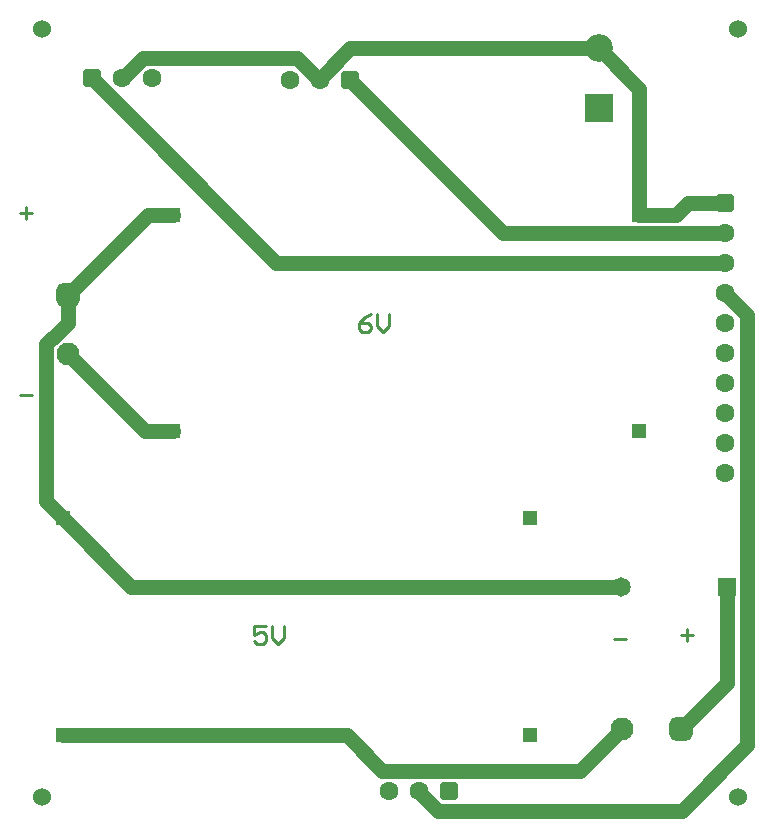
<source format=gbr>
%TF.GenerationSoftware,Altium Limited,Altium Designer,24.10.1 (45)*%
G04 Layer_Physical_Order=1*
G04 Layer_Color=255*
%FSLAX45Y45*%
%MOMM*%
%TF.SameCoordinates,1B4FBE81-C601-4199-8564-D531C79600A2*%
%TF.FilePolarity,Positive*%
%TF.FileFunction,Copper,L1,Top,Signal*%
%TF.Part,Single*%
G01*
G75*
%TA.AperFunction,Conductor*%
%ADD10C,1.27000*%
%TA.AperFunction,NonConductor*%
%ADD11C,0.25400*%
%TA.AperFunction,WasherPad*%
%ADD12C,1.52400*%
%TA.AperFunction,ComponentPad*%
%ADD13C,1.60000*%
G04:AMPARAMS|DCode=14|XSize=1.6mm|YSize=1.6mm|CornerRadius=0.4mm|HoleSize=0mm|Usage=FLASHONLY|Rotation=270.000|XOffset=0mm|YOffset=0mm|HoleType=Round|Shape=RoundedRectangle|*
%AMROUNDEDRECTD14*
21,1,1.60000,0.80000,0,0,270.0*
21,1,0.80000,1.60000,0,0,270.0*
1,1,0.80000,-0.40000,-0.40000*
1,1,0.80000,-0.40000,0.40000*
1,1,0.80000,0.40000,0.40000*
1,1,0.80000,0.40000,-0.40000*
%
%ADD14ROUNDEDRECTD14*%
%ADD15R,1.24000X1.24000*%
%ADD16C,1.95000*%
G04:AMPARAMS|DCode=17|XSize=1.95mm|YSize=1.95mm|CornerRadius=0.4875mm|HoleSize=0mm|Usage=FLASHONLY|Rotation=180.000|XOffset=0mm|YOffset=0mm|HoleType=Round|Shape=RoundedRectangle|*
%AMROUNDEDRECTD17*
21,1,1.95000,0.97500,0,0,180.0*
21,1,0.97500,1.95000,0,0,180.0*
1,1,0.97500,-0.48750,0.48750*
1,1,0.97500,0.48750,0.48750*
1,1,0.97500,0.48750,-0.48750*
1,1,0.97500,-0.48750,-0.48750*
%
%ADD17ROUNDEDRECTD17*%
G04:AMPARAMS|DCode=18|XSize=1.95mm|YSize=1.95mm|CornerRadius=0.4875mm|HoleSize=0mm|Usage=FLASHONLY|Rotation=270.000|XOffset=0mm|YOffset=0mm|HoleType=Round|Shape=RoundedRectangle|*
%AMROUNDEDRECTD18*
21,1,1.95000,0.97500,0,0,270.0*
21,1,0.97500,1.95000,0,0,270.0*
1,1,0.97500,-0.48750,-0.48750*
1,1,0.97500,-0.48750,0.48750*
1,1,0.97500,0.48750,0.48750*
1,1,0.97500,0.48750,-0.48750*
%
%ADD18ROUNDEDRECTD18*%
G04:AMPARAMS|DCode=19|XSize=1.6mm|YSize=1.6mm|CornerRadius=0.4mm|HoleSize=0mm|Usage=FLASHONLY|Rotation=180.000|XOffset=0mm|YOffset=0mm|HoleType=Round|Shape=RoundedRectangle|*
%AMROUNDEDRECTD19*
21,1,1.60000,0.80000,0,0,180.0*
21,1,0.80000,1.60000,0,0,180.0*
1,1,0.80000,-0.40000,0.40000*
1,1,0.80000,0.40000,0.40000*
1,1,0.80000,0.40000,-0.40000*
1,1,0.80000,-0.40000,-0.40000*
%
%ADD19ROUNDEDRECTD19*%
%ADD20R,2.35000X2.35000*%
%ADD21C,2.35000*%
%ADD22R,1.65000X1.65000*%
%ADD23C,1.65000*%
D10*
X6108700Y4543255D02*
X6298300Y4353655D01*
Y717391D02*
Y4353655D01*
X3678508Y161300D02*
X5742209D01*
X6298300Y717391D01*
X6126900Y1241400D02*
Y2057400D01*
X5736399Y850900D02*
X6126900Y1241400D01*
X3207514Y499400D02*
X4884900D01*
X5236400Y850900D01*
X2933700Y6350000D02*
X4229100Y5054600D01*
X6108700D01*
Y4543255D02*
Y4546600D01*
X3517900Y321908D02*
X3678508Y161300D01*
X3517900Y321908D02*
Y330200D01*
X2311400Y4800600D02*
X6108700D01*
X749300Y6362700D02*
X2311400Y4800600D01*
X5695950Y5207000D02*
X5797550Y5308600D01*
X6108700D01*
X5384800Y5207000D02*
X5695950D01*
X5384800D02*
Y6273800D01*
X5041900Y6616700D02*
X5384800Y6273800D01*
X2938108Y6616700D02*
X5041900D01*
X2679700Y6350000D02*
Y6358292D01*
X2938108Y6616700D01*
X2670770Y6350000D02*
X2679700D01*
X2489170Y6531600D02*
X2670770Y6350000D01*
X1181130Y6531600D02*
X2489170D01*
X1012230Y6362700D02*
X1181130Y6531600D01*
X1003300Y6362700D02*
X1012230D01*
X2906814Y800100D02*
X3207514Y499400D01*
X505460Y800100D02*
X2906814D01*
X359700Y4107110D02*
X468891Y4216301D01*
X359700Y2779740D02*
Y4107110D01*
Y2779740D02*
X505460Y2633980D01*
X546100Y4290696D02*
Y4529899D01*
X471705Y4216301D02*
X546100Y4290696D01*
X468891Y4216301D02*
X471705D01*
X546100Y4529899D02*
X1223200Y5207000D01*
X1432560D01*
X1202880Y3373120D02*
X1432560D01*
X546100Y4029901D02*
X1202880Y3373120D01*
X1082040Y2057400D02*
X5226900D01*
X505460Y2633980D02*
X1082040Y2057400D01*
D11*
X139700Y3683000D02*
X241267D01*
X5740400Y1650983D02*
X5841967D01*
X5791183Y1701767D02*
Y1600200D01*
X5168900Y1612900D02*
X5270467D01*
X139700Y5219683D02*
X241267D01*
X190483Y5270467D02*
Y5168900D01*
X3111467Y4368751D02*
X3060683Y4343359D01*
X3009900Y4292575D01*
Y4241792D01*
X3035292Y4216400D01*
X3086075D01*
X3111467Y4241792D01*
Y4267183D01*
X3086075Y4292575D01*
X3009900D01*
X3162251Y4368751D02*
Y4267183D01*
X3213034Y4216400D01*
X3263818Y4267183D01*
Y4368751D01*
X2222467Y1727151D02*
X2120900D01*
Y1650975D01*
X2171683Y1676367D01*
X2197075D01*
X2222467Y1650975D01*
Y1600192D01*
X2197075Y1574800D01*
X2146292D01*
X2120900Y1600192D01*
X2273251Y1727151D02*
Y1625583D01*
X2324034Y1574800D01*
X2374818Y1625583D01*
Y1727151D01*
D12*
X330200Y279400D02*
D03*
X6223000D02*
D03*
X330200Y6781800D02*
D03*
X6223000D02*
D03*
D13*
X6108700Y3530600D02*
D03*
Y3784600D02*
D03*
Y4292600D02*
D03*
Y4800600D02*
D03*
Y5054600D02*
D03*
Y4546600D02*
D03*
Y4038600D02*
D03*
Y3276600D02*
D03*
Y3022600D02*
D03*
X3517900Y330200D02*
D03*
X3263900D02*
D03*
X2425700Y6350000D02*
D03*
X2679700D02*
D03*
X1257300Y6362700D02*
D03*
X1003300D02*
D03*
D14*
X6108700Y5308600D02*
D03*
D15*
X4457700Y800100D02*
D03*
X505460Y2633980D02*
D03*
Y800100D02*
D03*
X1432560Y5207000D02*
D03*
Y3373120D02*
D03*
X4457700Y2633980D02*
D03*
X5384800Y3373120D02*
D03*
Y5207000D02*
D03*
D16*
X5236400Y850900D02*
D03*
X546100Y4029901D02*
D03*
D17*
X5736399Y850900D02*
D03*
D18*
X546100Y4529899D02*
D03*
D19*
X3771900Y330200D02*
D03*
X2933700Y6350000D02*
D03*
X749300Y6362700D02*
D03*
D20*
X5041900Y6108700D02*
D03*
D21*
Y6616700D02*
D03*
D22*
X6126900Y2057400D02*
D03*
D23*
X5226900D02*
D03*
%TF.MD5,6db61f03b83f2dd56373bcb2e5f9c080*%
M02*

</source>
